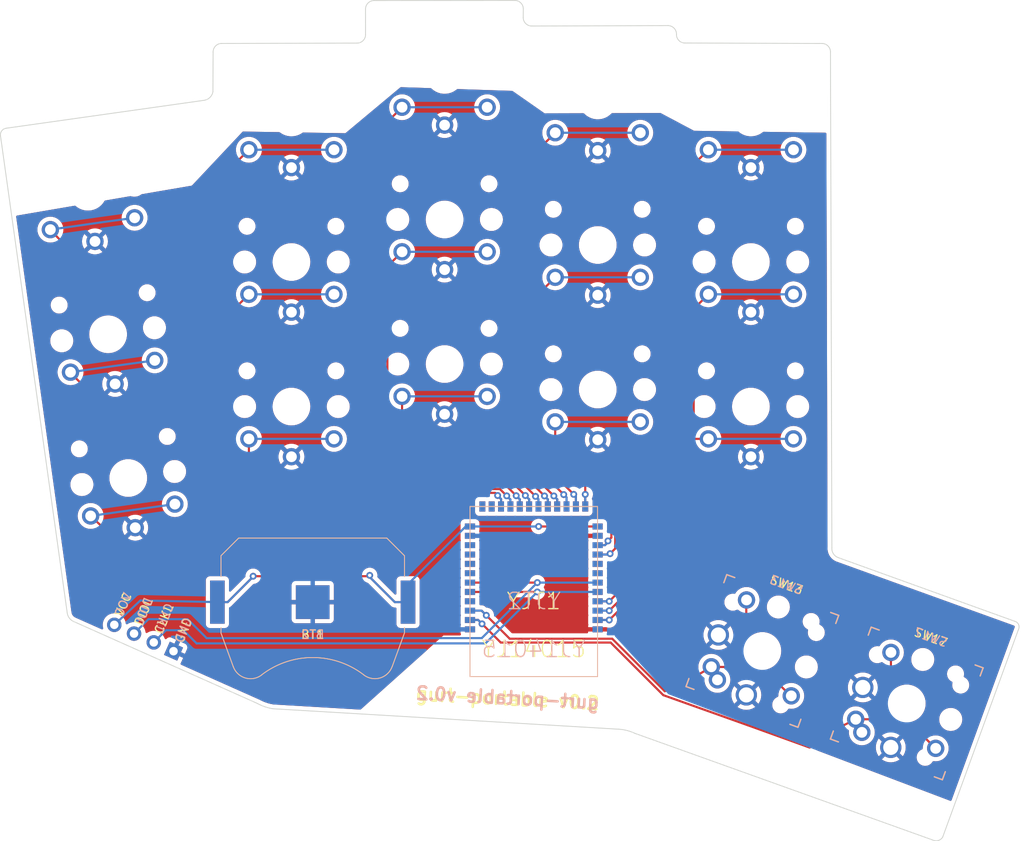
<source format=kicad_pcb>
(kicad_pcb (version 20211014) (generator pcbnew)
  (title_block (title "gurt-portable") (rev "v 0.2") (comment 4 "Author: CarlFabian"))
  (layers (0 "F.Cu" signal) (31 "B.Cu" signal) (34 "B.Paste" user) (35 "F.Paste" user) (36 "B.SilkS" user "B.Silkscreen") (37 "F.SilkS" user "F.Silkscreen") (38 "B.Mask" user) (39 "F.Mask" user) (44 "Edge.Cuts" user))
  (net 0 "")
  (net 1 "VCC")
  (net 2 "GND")
  (net 3 "DIOL")
  (net 4 "SW00L")
  (net 5 "SW10L")
  (net 6 "SW20L")
  (net 7 "SW01L")
  (net 8 "SW11L")
  (net 9 "SW21L")
  (net 10 "SW02L")
  (net 11 "SW12L")
  (net 12 "SW22L")
  (net 13 "SW03L")
  (net 14 "SW13L")
  (net 15 "SW23L")
  (net 16 "SW33L")
  (net 17 "SW04L")
  (net 18 "SW14L")
  (net 19 "SW24L")
  (net 20 "SW34L")
  (net 21 "CLKL")
  (footprint "gurt-portable:YJ-14015" (layer "F.Cu") (at 149.98192 110.25122 180)
    (fp_text reference "YJT1")
    (fp_text value "YJ14015")
  )
  (footprint "gurt-portable:Choc_PG1350_Choc_Spacing_Reversible" (layer "F.Cu") (at 99.955551 90 8)
    (fp_text reference "SW2" hide)
    (fp_text value "SW_PUSH" hide)
  )
  (footprint "gurt-portable:Choc_PG1350_Choc_Spacing_Reversible" (layer "F.Cu") (at 157.499999 79.5)
    (fp_text reference "SW11" hide)
    (fp_text value "SW_PUSH" hide)
  )
  (footprint "gurt-portable:BatteryHolder_Keystone_3034_1x20mm_bigger_pads" (layer "F.Cu") (at 124 121.5)
    (fp_text reference "BT1")
    (fp_text value "Device_Battery_Cell")
  )
  (footprint "gurt-portable:Choc_PG1350_Choc_Spacing_Reversible" (layer "F.Cu") (at 139.500001 76.5)
    (fp_text reference "SW8" hide)
    (fp_text value "SW_PUSH" hide)
  )
  (footprint "gurt-portable:Choc_PG1350_Choc_Spacing_Reversible" (layer "F.Cu") (at 121.5 81.5)
    (fp_text reference "SW5" hide)
    (fp_text value "SW_PUSH" hide)
  )
  (footprint "gurt-portable:Choc_PG1350_Choc_Spacing_Reversible" (layer "F.Cu") (at 175.5 98.5)
    (fp_text reference "SW16" hide)
    (fp_text value "SW_PUSH" hide)
  )
  (footprint "gurt-portable:Choc_PG1350_Choc_Spacing_Reversible" (layer "F.Cu") (at 157.5 96.5)
    (fp_text reference "SW12" hide)
    (fp_text value "SW_PUSH" hide)
  )
  (footprint "gurt-portable:Choc_PG1350_Choc_Spacing_Reversible" (layer "F.Cu") (at 175.5 81.500001)
    (fp_text reference "SW15" hide)
    (fp_text value "SW_PUSH" hide)
  )
  (footprint "gurt-portable:SW_PG1350_reversible_rotatable" (layer "F.Cu") (at 193.816383 133.410744 -20)
    (fp_text reference "SW17")
    (fp_text value "SW_PUSH")
  )
  (footprint "gurt-portable:Choc_PG1350_Choc_Spacing_Reversible" (layer "F.Cu") (at 157.500001 62.5)
    (fp_text reference "SW10" hide)
    (fp_text value "SW_PUSH" hide)
  )
  (footprint "gurt-portable:Choc_PG1350_Choc_Spacing_Reversible" (layer "F.Cu") (at 139.5 59.5)
    (fp_text reference "SW7" hide)
    (fp_text value "SW_PUSH" hide)
  )
  (footprint "gurt-portable:Choc_PG1350_Choc_Spacing_Reversible" (layer "F.Cu") (at 102.321494 106.903369 8)
    (fp_text reference "SW3" hide)
    (fp_text value "SW_PUSH" hide)
  )
  (footprint "gurt-portable:Choc_PG1350_Choc_Spacing_Reversible" (layer "F.Cu") (at 121.500001 98.500001)
    (fp_text reference "SW6" hide)
    (fp_text value "SW_PUSH" hide)
  )
  (footprint "gurt-portable:Choc_PG1350_Choc_Spacing_Reversible" (layer "F.Cu") (at 175.499999 64.5)
    (fp_text reference "SW14" hide)
    (fp_text value "SW_PUSH" hide)
  )
  (footprint "gurt-portable:Choc_PG1350_Choc_Spacing_Reversible" (layer "F.Cu") (at 97.589608 73.234254 8)
    (fp_text reference "SW1" hide)
    (fp_text value "SW_PUSH" hide)
  )
  (footprint "gurt-portable:Choc_PG1350_Choc_Spacing_Reversible" (layer "F.Cu") (at 121.5 64.500001)
    (fp_text reference "SW4" hide)
    (fp_text value "SW_PUSH" hide)
  )
  (footprint "gurt-portable:Choc_PG1350_Choc_Spacing_Reversible" (layer "F.Cu") (at 139.5 93.5)
    (fp_text reference "SW9" hide)
    (fp_text value "SW_PUSH" hide)
  )
  (footprint "gurt-portable:SW_PG1350_reversible_rotatable" (layer "F.Cu") (at 176.843197 127.239917 -20)
    (fp_text reference "SW13")
    (fp_text value "SW_PUSH")
  )
  (footprint "gurt-portable:YJ-14015" (layer "B.Cu") (at 149.98192 110.25122)
    (fp_text reference "YJT2")
    (fp_text value "YJ14015")
  )
  (footprint "gurt-portable:BatteryHolder_Keystone_3034_1x20mm_bigger_pads" (layer "B.Cu") (at 124 121.5 180)
    (fp_text reference "BT2")
    (fp_text value "Device_Battery_Cell")
  )
  (footprint "gurt-portable:PinHeader_1x04_P2.54mm_Horizontal" (layer "B.Cu") (at 100.679595 124.166889 -114)
    (fp_text reference "PROG1" hide)
    (fp_text value "Connector_Conn_01x04_Male")
  )
  (gr_line (start 197 149.52) (end 161.87 136.93) (layer "Edge.Cuts") (width 0.1))
  (gr_arc (start 167.75 55.75) (mid 167.042893 55.457107) (end 166.75 54.75) (layer "Edge.Cuts") (width 0.1))
  (gr_arc (start 95.89 123.77) (mid 95.393079 123.365506) (end 95.15 122.77) (layer "Edge.Cuts") (width 0.1))
  (gr_line (start 167.75 55.75) (end 183.85 55.8) (layer "Edge.Cuts") (width 0.1))
  (gr_arc (start 130.207107 51.757107) (mid 130.5 51.05) (end 131.207107 50.757107) (layer "Edge.Cuts") (width 0.1))
  (gr_line (start 87.97 65.77) (end 111.27 62.48) (layer "Edge.Cuts") (width 0.1))
  (gr_arc (start 159.94 136.44) (mid 160.929303 136.590798) (end 161.87 136.93) (layer "Edge.Cuts") (width 0.1))
  (gr_line (start 95.15 122.77) (end 87.31 66.68) (layer "Edge.Cuts") (width 0.1))
  (gr_line (start 117.49 133.41) (end 95.89 123.77) (layer "Edge.Cuts") (width 0.1))
  (gr_line (start 149.74 53.75) (end 165.75 53.7) (layer "Edge.Cuts") (width 0.1))
  (gr_line (start 131.207107 50.757107) (end 147.75 50.74) (layer "Edge.Cuts") (width 0.1))
  (gr_arc (start 206.487564 123.743336) (mid 206.951962 124.11948) (end 206.94 124.716229) (layer "Edge.Cuts") (width 0.1))
  (gr_line (start 130.21 54.76) (end 130.207107 51.757107) (layer "Edge.Cuts") (width 0.1))
  (gr_line (start 113.297107 55.797107) (end 129.21 55.76) (layer "Edge.Cuts") (width 0.1))
  (gr_arc (start 112.27 61.48) (mid 111.928717 62.138717) (end 111.27 62.48) (layer "Edge.Cuts") (width 0.1))
  (gr_arc (start 147.75 50.74) (mid 148.457107 51.032893) (end 148.75 51.74) (layer "Edge.Cuts") (width 0.1))
  (gr_arc (start 130.21 54.76) (mid 129.917107 55.467107) (end 129.21 55.76) (layer "Edge.Cuts") (width 0.1))
  (gr_line (start 206.94 124.716229) (end 198.04 149.12) (layer "Edge.Cuts") (width 0.1))
  (gr_arc (start 198.04 149.12) (mid 197.590409 149.503063) (end 197 149.52) (layer "Edge.Cuts") (width 0.1))
  (gr_line (start 185.753439 116.26) (end 206.487564 123.743336) (layer "Edge.Cuts") (width 0.1))
  (gr_arc (start 112.297107 56.797107) (mid 112.59 56.09) (end 113.297107 55.797107) (layer "Edge.Cuts") (width 0.1))
  (gr_line (start 112.27 61.48) (end 112.297107 56.797107) (layer "Edge.Cuts") (width 0.1))
  (gr_line (start 159.94 136.44) (end 119.344297 134.03625) (layer "Edge.Cuts") (width 0.1))
  (gr_arc (start 165.75 53.7) (mid 166.475 54.010714) (end 166.75 54.75) (layer "Edge.Cuts") (width 0.1))
  (gr_arc (start 185.753439 116.26) (mid 185.189688 115.80262) (end 185.013439 115.096802) (layer "Edge.Cuts") (width 0.1))
  (gr_line (start 184.85 56.8) (end 185.013439 115.096802) (layer "Edge.Cuts") (width 0.1))
  (gr_arc (start 149.74 53.75) (mid 149.032893 53.457107) (end 148.74 52.75) (layer "Edge.Cuts") (width 0.1))
  (gr_arc (start 183.85 55.8) (mid 184.557107 56.092893) (end 184.85 56.8) (layer "Edge.Cuts") (width 0.1))
  (gr_line (start 148.75 51.74) (end 148.74 52.75) (layer "Edge.Cuts") (width 0.1))
  (gr_arc (start 119.344297 134.03625) (mid 118.389634 133.803632) (end 117.49 133.41) (layer "Edge.Cuts") (width 0.1))
  (gr_arc (start 87.31 66.68) (mid 87.446287 66.087189) (end 87.97 65.77) (layer "Edge.Cuts") (width 0.1))
  (gr_text "gurt-portable v0.2" (at 146.9 132.75 -3) (layer "B.SilkS") (effects (font (size 1.5 1.5) (thickness 0.3)) (justify mirror)))
  (gr_text "DIOL" (at 104.15 122.6 68) (layer "B.SilkS") (effects (font (size 1 1)) (justify mirror)))
  (gr_text "GND" (at 108.8 124.8 68) (layer "B.SilkS") (effects (font (size 1 1)) (justify mirror)))
  (gr_text "VCC" (at 101.75 121.8 67) (layer "B.SilkS") (effects (font (size 1 1)) (justify mirror)))
  (gr_text "CLKL" (at 106.55 123.4 68) (layer "B.SilkS") (effects (font (size 1 1)) (justify mirror)))
  (gr_text "gurt-portable v0.2" (at 146.9 132.85 -3) (layer "F.SilkS") (effects (font (size 1.5 1.5) (thickness 0.3))))
  (gr_text "CLKL" (at 106.51254 123.492718 68) (layer "F.SilkS") (effects (font (size 1 1))))
  (gr_text "VCC" (at 101.75 121.8 67) (layer "F.SilkS") (effects (font (size 1 1))))
  (gr_text "DIOL" (at 104.131268 122.64636 68) (layer "F.SilkS") (effects (font (size 1 1))))
  (gr_text "GND" (at 108.84636 124.81873 68) (layer "F.SilkS") (effects (font (size 1 1))))
  (segment (start 130.7 118.35) (end 130.6 118.45) (width 0.25) (layer "F.Cu") (net 1))
  (segment (start 117 118.45) (end 117 118.5) (width 0.25) (layer "F.Cu") (net 1))
  (segment (start 130.6 118.45) (end 117 118.45) (width 0.25) (layer "F.Cu") (net 1))
  (segment (start 117 118.5) (end 114 121.5) (width 0.25) (layer "F.Cu") (net 1))
  (segment (start 130.7 118.55) (end 133.65 121.5) (width 0.25) (layer "F.Cu") (net 1))
  (segment (start 130.7 118.35) (end 130.7 118.55) (width 0.25) (layer "F.Cu") (net 1))
  (segment (start 157.48 112.60072) (end 150.45072 112.60072) (width 0.25) (layer "F.Cu") (net 1))
  (segment (start 114 121.5) (end 113.015 121.5) (width 0.25) (layer "F.Cu") (net 1))
  (segment (start 133.65 121.5) (end 134.985 121.5) (width 0.25) (layer "F.Cu") (net 1))
  (via (at 150.54928 112.60072) (size 0.8) (drill 0.4) (layers "F.Cu" "B.Cu") (net 1))
  (via (at 117 118.45) (size 0.8) (drill 0.4) (layers "F.Cu" "B.Cu") (net 1))
  (via (at 130.7 118.35) (size 0.8) (drill 0.4) (layers "F.Cu" "B.Cu") (net 1))
  (segment (start 117 118.45) (end 117 118.5) (width 0.25) (layer "B.Cu") (net 1))
  (segment (start 113.015 121.5) (end 114 121.5) (width 0.25) (layer "B.Cu") (net 1))
  (segment (start 141.97928 112.60072) (end 142.48384 112.60072) (width 0.25) (layer "B.Cu") (net 1))
  (segment (start 142.48384 112.60072) (end 150.54928 112.60072) (width 0.25) (layer "B.Cu") (net 1))
  (segment (start 133.65 121.5) (end 134.985 121.5) (width 0.25) (layer "B.Cu") (net 1))
  (segment (start 130.7 118.55) (end 133.65 121.5) (width 0.25) (layer "B.Cu") (net 1))
  (segment (start 113.015 121.5) (end 103.75 121.3) (width 0.25) (layer "B.Cu") (net 1))
  (segment (start 134.985 121.5) (end 134.985 119.595) (width 0.25) (layer "B.Cu") (net 1))
  (segment (start 134.985 119.595) (end 141.97928 112.60072) (width 0.25) (layer "B.Cu") (net 1))
  (segment (start 103.75 121.3) (end 100.679595 124.166889) (width 0.25) (layer "B.Cu") (net 1))
  (segment (start 117 118.5) (end 114 121.5) (width 0.25) (layer "B.Cu") (net 1))
  (segment (start 130.7 118.35) (end 130.7 118.55) (width 0.25) (layer "B.Cu") (net 1))
  (segment (start 142.48384 119.19964) (end 150.40036 119.19964) (width 0.25) (layer "F.Cu") (net 3))
  (via (at 150.40036 119.19964) (size 0.8) (drill 0.4) (layers "F.Cu" "B.Cu") (net 3))
  (segment (start 157.48 119.19964) (end 150.40036 119.19964) (width 0.25) (layer "B.Cu") (net 3))
  (segment (start 109.3 123.5) (end 104.7 123.5) (width 0.25) (layer "B.Cu") (net 3))
  (segment (start 150.40036 119.19964) (end 143.86952 125.73048) (width 0.25) (layer "B.Cu") (net 3))
  (segment (start 104.7 123.5) (end 103 125.2) (width 0.25) (layer "B.Cu") (net 3))
  (segment (start 143.86952 125.73048) (end 111.53048 125.73048) (width 0.25) (layer "B.Cu") (net 3))
  (segment (start 111.53048 125.73048) (end 109.3 123.5) (width 0.25) (layer "B.Cu") (net 3))
  (segment (start 146.68216 107.75048) (end 114.95048 107.75048) (width 0.25) (layer "F.Cu") (net 4))
  (segment (start 114.95048 107.75048) (end 113.2 106) (width 0.25) (layer "F.Cu") (net 4))
  (segment (start 148.33346 109.40178) (end 147.91584 108.98416) (width 0.25) (layer "F.Cu") (net 4))
  (segment (start 107.6 80.4) (end 97 81.8) (width 0.25) (layer "F.Cu") (net 4))
  (segment (start 113 84.6) (end 107.6 80.4) (width 0.25) (layer "F.Cu") (net 4))
  (segment (start 113.2 106) (end 113 84.6) (width 0.25) (layer "F.Cu") (net 4))
  (segment (start 148.33346 110.25122) (end 148.33346 109.40178) (width 0.25) (layer "F.Cu") (net 4))
  (segment (start 97 81.8) (end 93.167125 77.693138) (width 0.25) (layer "F.Cu") (net 4))
  (segment (start 147.91584 108.98416) (end 146.68216 107.75048) (width 0.25) (layer "F.Cu") (net 4))
  (via (at 147.91584 108.98416) (size 0.8) (drill 0.4) (layers "F.Cu" "B.Cu") (net 4))
  (segment (start 103.069806 76.301407) (end 99.05 76.85) (width 0.25) (layer "B.Cu") (net 4))
  (segment (start 99.05 76.85) (end 93.167125 77.693138) (width 0.25) (layer "B.Cu") (net 4))
  (segment (start 148.33346 110.25122) (end 148.33346 109.40178) (width 0.25) (layer "B.Cu") (net 4))
  (segment (start 148.33346 109.40178) (end 147.91584 108.98416) (width 0.25) (layer "B.Cu") (net 4))
  (segment (start 146 108.2) (end 114.6 108.2) (width 0.25) (layer "F.Cu") (net 5))
  (segment (start 99.555372 98.55) (end 95.533068 94.527696) (width 0.25) (layer "F.Cu") (net 5))
  (segment (start 147.23364 109.43364) (end 146.8 109) (width 0.25) (layer "F.Cu") (net 5))
  (segment (start 146.8 109) (end 146 108.2) (width 0.25) (layer "F.Cu") (net 5))
  (segment (start 112.6 106.2) (end 112.6 99.6) (width 0.25) (layer "F.Cu") (net 5))
  (segment (start 147.23364 110.25122) (end 147.23364 109.43364) (width 0.25) (layer "F.Cu") (net 5))
  (segment (start 114.6 108.2) (end 112.6 106.2) (width 0.25) (layer "F.Cu") (net 5))
  (segment (start 112.6 99.6) (end 110 97.2) (width 0.25) (layer "F.Cu") (net 5))
  (segment (start 110 97.2) (end 99.555372 98.55) (width 0.25) (layer "F.Cu") (net 5))
  (via (at 146.8 109) (size 0.8) (drill 0.4) (layers "F.Cu" "B.Cu") (net 5))
  (segment (start 147.23364 110.25122) (end 147.23364 109.43364) (width 0.25) (layer "B.Cu") (net 5))
  (segment (start 105.435749 93.067153) (end 100.5 93.75) (width 0.25) (layer "B.Cu") (net 5))
  (segment (start 100.5 93.75) (end 95.533068 94.458884) (width 0.25) (layer "B.Cu") (net 5))
  (segment (start 147.23364 109.43364) (end 146.8 109) (width 0.25) (layer "B.Cu") (net 5))
  (segment (start 102.2 115.4) (end 97.899011 111.362253) (width 0.25) (layer "F.Cu") (net 6))
  (segment (start 145.735818 108.960416) (end 145.424922 108.64952) (width 0.25) (layer "F.Cu") (net 6))
  (segment (start 112.4 114) (end 102.2 115.4) (width 0.25) (layer "F.Cu") (net 6))
  (segment (start 145.424922 108.64952) (end 114.413803 108.64952) (width 0.25) (layer "F.Cu") (net 6))
  (segment (start 145.735818 109.003778) (end 146.13382 109.40178) (width 0.25) (layer "F.Cu") (net 6))
  (segment (start 146.13382 109.40178) (end 146.13382 110.25122) (width 0.25) (layer "F.Cu") (net 6))
  (segment (start 114.413803 108.64952) (end 113.6 110.8) (width 0.25) (layer "F.Cu") (net 6))
  (segment (start 113.6 110.8) (end 112.4 114) (width 0.25) (layer "F.Cu") (net 6))
  (segment (start 145.735818 108.960416) (end 145.735818 109.003778) (width 0.25) (layer "F.Cu") (net 6))
  (via (at 145.735818 108.960416) (size 0.8) (drill 0.4) (layers "F.Cu" "B.Cu") (net 6))
  (segment (start 146.13382 110.25122) (end 146.13382 109.358418) (width 0.25) (layer "B.Cu") (net 6))
  (segment (start 102.9 110.65) (end 97.899011 111.362253) (width 0.25) (layer "B.Cu") (net 6))
  (segment (start 146.13382 109.358418) (end 145.735818 108.960416) (width 0.25) (layer "B.Cu") (net 6))
  (segment (start 107.801692 109.970522) (end 102.9 110.65) (width 0.25) (layer "B.Cu") (net 6))
  (segment (start 115.35096 107.30096) (end 113.8 105.75) (width 0.25) (layer "F.Cu") (net 7))
  (segment (start 149.43328 109.40178) (end 148.99075 108.95925) (width 0.25) (layer "F.Cu") (net 7))
  (segment (start 148.99075 108.95925) (end 147.33246 107.30096) (width 0.25) (layer "F.Cu") (net 7))
  (segment (start 147.33246 107.30096) (end 115.35096 107.30096) (width 0.25) (layer "F.Cu") (net 7))
  (segment (start 113.8 105.75) (end 113.8 71.000001) (width 0.25) (layer "F.Cu") (net 7))
  (segment (start 113.8 71.000001) (end 116.5 68.300001) (width 0.25) (layer "F.Cu") (net 7))
  (segment (start 149.43328 110.25122) (end 149.43328 109.40178) (width 0.25) (layer "F.Cu") (net 7))
  (via (at 148.99075 108.95925) (size 0.8) (drill 0.4) (layers "F.Cu" "B.Cu") (net 7))
  (segment (start 116.5 68.300001) (end 126.5 68.300001) (width 0.25) (layer "B.Cu") (net 7))
  (segment (start 149.43328 109.40178) (end 148.99075 108.95925) (width 0.25) (layer "B.Cu") (net 7))
  (segment (start 149.43328 110.25122) (end 149.43328 109.40178) (width 0.25) (layer "B.Cu") (net 7))
  (segment (start 150.53056 109.40178) (end 150.18939 109.06061) (width 0.25) (layer "F.Cu") (net 8))
  (segment (start 114.35 87.45) (end 116.5 85.3) (width 0.25) (layer "F.Cu") (net 8))
  (segment (start 150.18939 109.06061) (end 147.98022 106.85144) (width 0.25) (layer "F.Cu") (net 8))
  (segment (start 147.98022 106.85144) (end 115.80144 106.85144) (width 0.25) (layer "F.Cu") (net 8))
  (segment (start 114.35 105.4) (end 114.35 87.45) (width 0.25) (layer "F.Cu") (net 8))
  (segment (start 115.80144 106.85144) (end 114.35 105.4) (width 0.25) (layer "F.Cu") (net 8))
  (segment (start 150.53056 110.25122) (end 150.53056 109.40178) (width 0.25) (layer "F.Cu") (net 8))
  (via (at 150.18939 109.06061) (size 0.8) (drill 0.4) (layers "F.Cu" "B.Cu") (net 8))
  (segment (start 150.53056 110.25122) (end 150.53056 109.40178) (width 0.25) (layer "B.Cu") (net 8))
  (segment (start 150.53056 109.40178) (end 150.18939 109.06061) (width 0.25) (layer "B.Cu") (net 8))
  (segment (start 116.5 85.3) (end 126.5 85.3) (width 0.25) (layer "B.Cu") (net 8))
  (segment (start 148.6286 106.4) (end 117.8 106.4) (width 0.25) (layer "F.Cu") (net 9))
  (segment (start 116.500001 105.100001) (end 116.500001 102.300001) (width 0.25) (layer "F.Cu") (net 9))
  (segment (start 151.63038 110.25122) (end 151.63038 109.40178) (width 0.25) (layer "F.Cu") (net 9))
  (segment (start 117.8 106.4) (end 116.500001 105.100001) (width 0.25) (layer "F.Cu") (net 9))
  (segment (start 151.2393 109.0107) (end 148.6286 106.4) (width 0.25) (layer "F.Cu") (net 9))
  (segment (start 151.63038 109.40178) (end 151.2393 109.0107) (width 0.25) (layer "F.Cu") (net 9))
  (via (at 151.2393 109.0107) (size 0.8) (drill 0.4) (layers "F.Cu" "B.Cu") (net 9))
  (segment (start 151.63038 109.40178) (end 151.2393 109.0107) (width 0.25) (layer "B.Cu") (net 9))
  (segment (start 151.63038 110.25122) (end 151.63038 109.40178) (width 0.25) (layer "B.Cu") (net 9))
  (segment (start 126.500001 102.300001) (end 116.500001 102.300001) (width 0.25) (layer "B.Cu") (net 9))
  (segment (start 135.279044 105.95048) (end 132.2 102.871436) (width 0.25) (layer "F.Cu") (net 10))
  (segment (start 152.33921 109.01079) (end 149.2789 105.95048) (width 0.25) (layer "F.Cu") (net 10))
  (segment (start 132.2 65.6) (end 134.5 63.3) (width 0.25) (layer "F.Cu") (net 10))
  (segment (start 152.7302 110.25122) (end 152.7302 109.40178) (width 0.25) (layer "F.Cu") (net 10))
  (segment (start 152.7302 109.40178) (end 152.33921 109.01079) (width 0.25) (layer "F.Cu") (net 10))
  (segment (start 149.2789 105.95048) (end 135.279044 105.95048) (width 0.25) (layer "F.Cu") (net 10))
  (segment (start 132.2 102.871436) (end 132.2 65.6) (width 0.25) (layer "F.Cu") (net 10))
  (via (at 152.33921 109.01079) (size 0.8) (drill 0.4) (layers "F.Cu" "B.Cu") (net 10))
  (segment (start 134.5 63.3) (end 144.5 63.3) (width 0.25) (layer "B.Cu") (net 10))
  (segment (start 152.7302 109.40178) (end 152.33921 109.01079) (width 0.25) (layer "B.Cu") (net 10))
  (segment (start 152.7302 110.25122) (end 152.7302 109.40178) (width 0.25) (layer "B.Cu") (net 10))
  (segment (start 135.465242 105.50096) (end 132.774579 102.810297) (width 0.25) (layer "F.Cu") (net 11))
  (segment (start 132.774579 102.810297) (end 132.774579 82.025422) (width 0.25) (layer "F.Cu") (net 11))
  (segment (start 132.774579 82.025422) (end 134.500001 80.3) (width 0.25) (layer "F.Cu") (net 11))
  (segment (start 153.5 108.85) (end 150.15096 105.50096) (width 0.25) (layer "F.Cu") (net 11))
  (segment (start 150.15096 105.50096) (end 135.465242 105.50096) (width 0.25) (layer "F.Cu") (net 11))
  (segment (start 153.83002 110.25122) (end 153.83002 109.18002) (width 0.25) (layer "F.Cu") (net 11))
  (segment (start 153.83002 109.18002) (end 153.5 108.85) (width 0.25) (layer "F.Cu") (net 11))
  (via (at 153.5 108.85) (size 0.8) (drill 0.4) (layers "F.Cu" "B.Cu") (net 11))
  (segment (start 134.500001 80.3) (end 144.500001 80.3) (width 0.25) (layer "B.Cu") (net 11))
  (segment (start 153.83002 109.18002) (end 153.5 108.85) (width 0.25) (layer "B.Cu") (net 11))
  (segment (start 153.83002 110.25122) (end 153.83002 109.18002) (width 0.25) (layer "B.Cu") (net 11))
  (segment (start 154.92984 109.07984) (end 154.675 108.825) (width 0.25) (layer "F.Cu") (net 12))
  (segment (start 154.675 108.825) (end 150.85 105) (width 0.25) (layer "F.Cu") (net 12))
  (segment (start 135.6 105) (end 134.5 103.9) (width 0.25) (layer "F.Cu") (net 12))
  (segment (start 150.85 105) (end 135.6 105) (width 0.25) (layer "F.Cu") (net 12))
  (segment (start 154.92984 110.25122) (end 154.92984 109.07984) (width 0.25) (layer "F.Cu") (net 12))
  (segment (start 134.5 103.9) (end 134.5 97.3) (width 0.25) (layer "F.Cu") (net 12))
  (via (at 154.675 108.825) (size 0.8) (drill 0.4) (layers "F.Cu" "B.Cu") (net 12))
  (segment (start 154.92984 110.25122) (end 154.92984 109.07984) (width 0.25) (layer "B.Cu") (net 12))
  (segment (start 154.92984 109.07984) (end 154.675 108.825) (width 0.25) (layer "B.Cu") (net 12))
  (segment (start 144.5 97.3) (end 134.5 97.3) (width 0.25) (layer "B.Cu") (net 12))
  (segment (start 156.02966 107.265378) (end 148.8 100.035718) (width 0.25) (layer "F.Cu") (net 13))
  (segment (start 156.02966 110.25122) (end 156.02966 108.82966) (width 0.25) (layer "F.Cu") (net 13))
  (segment (start 148.8 100.035718) (end 148.8 70.000001) (width 0.25) (layer "F.Cu") (net 13))
  (segment (start 148.8 70.000001) (end 152.500001 66.3) (width 0.25) (layer "F.Cu") (net 13))
  (segment (start 156.02966 108.82966) (end 156.02966 107.265378) (width 0.25) (layer "F.Cu") (net 13))
  (via (at 156.02966 108.82966) (size 0.8) (drill 0.4) (layers "F.Cu" "B.Cu") (net 13))
  (segment (start 156.02966 110.25122) (end 156.02966 108.82966) (width 0.25) (layer "B.Cu") (net 13))
  (segment (start 152.500001 66.3) (end 162.500001 66.3) (width 0.25) (layer "B.Cu") (net 13))
  (segment (start 150.4 85.399999) (end 152.499999 83.3) (width 0.25) (layer "F.Cu") (net 14))
  (segment (start 157.48 114.80036) (end 158.32944 114.80036) (width 0.25) (layer "F.Cu") (net 14))
  (segment (start 150.4 85.8) (end 150.4 85.399999) (width 0.25) (layer "F.Cu") (net 14))
  (segment (start 158.7 114.4298) (end 158.7 114.3) (width 0.25) (layer "F.Cu") (net 14))
  (segment (start 158.7 114.3) (end 159.10048 113.89952) (width 0.25) (layer "F.Cu") (net 14))
  (segment (start 159.10048 109.70048) (end 150.75 101.35) (width 0.25) (layer "F.Cu") (net 14))
  (segment (start 150.4 100.2) (end 150.4 85.799999) (width 0.25) (layer "F.Cu") (net 14))
  (segment (start 159.10048 113.89952) (end 159.10048 109.70048) (width 0.25) (layer "F.Cu") (net 14))
  (segment (start 150.375421 100.975421) (end 150.375421 100.224579) (width 0.25) (layer "F.Cu") (net 14))
  (segment (start 158.32944 114.80036) (end 158.7 114.4298) (width 0.25) (layer "F.Cu") (net 14))
  (segment (start 150.8 101.4) (end 150.375421 100.975421) (width 0.25) (layer "F.Cu") (net 14))
  (via (at 158.7 114.3) (size 0.8) (drill 0.4) (layers "F.Cu" "B.Cu") (net 14))
  (segment (start 157.48 114.80036) (end 158.34964 114.80036) (width 0.25) (layer "B.Cu") (net 14))
  (segment (start 152.499999 83.3) (end 162.499999 83.3) (width 0.25) (layer "B.Cu") (net 14))
  (segment (start 158.7 114.45) (end 158.7 114.3) (width 0.25) (layer "B.Cu") (net 14))
  (segment (start 158.34964 114.80036) (end 158.7 114.45) (width 0.25) (layer "B.Cu") (net 14))
  (segment (start 157.48 115.90018) (end 158.84982 115.90018) (width 0.25) (layer "F.Cu") (net 15))
  (segment (start 159.55 115.2) (end 159.55 109.4) (width 0.25) (layer "F.Cu") (net 15))
  (segment (start 152.5 102.35) (end 152.5 100.3) (width 0.25) (layer "F.Cu") (net 15))
  (segment (start 158.95 115.8) (end 159.55 115.2) (width 0.25) (layer "F.Cu") (net 15))
  (segment (start 158.84982 115.90018) (end 158.95 115.8) (width 0.25) (layer "F.Cu") (net 15))
  (segment (start 159.55 109.4) (end 152.5 102.35) (width 0.25) (layer "F.Cu") (net 15))
  (via (at 158.95 115.8) (size 0.8) (drill 0.4) (layers "F.Cu" "B.Cu") (net 15))
  (segment (start 152.5 100.3) (end 162.5 100.3) (width 0.25) (layer "B.Cu") (net 15))
  (segment (start 158.84982 115.90018) (end 158.95 115.8) (width 0.25) (layer "B.Cu") (net 15))
  (segment (start 157.48 115.90018) (end 158.84982 115.90018) (width 0.25) (layer "B.Cu") (net 15))
  (segment (start 169 130.2) (end 165.37375 131.97375) (width 0.25) (layer "F.Cu") (net 16))
  (segment (start 173.771475 129.121475) (end 173.771475 125.978525) (width 0.25) (layer "F.Cu") (net 16))
  (segment (start 173.771475 125.978525) (end 174.955652 124.794348) (width 0.25) (layer "F.Cu") (net 16))
  (segment (start 170.845057 129.100648) (end 170.745705 129.2) (width 0.25) (layer "F.Cu") (net 16))
  (segment (start 147.15 125.8) (end 144.4 123.05) (width 0.25) (layer "F.Cu") (net 16))
  (segment (start 144.4 123.05) (end 143.8491 122.4991) (width 0.25) (layer "F.Cu") (net 16))
  (segment (start 143.8491 122.4991) (end 142.48384 122.4991) (width 0.25) (layer "F.Cu") (net 16))
  (segment (start 173.771475 129.121475) (end 170.818243 129.121475) (width 0.25) (layer "F.Cu") (net 16))
  (segment (start 174.955652 124.794348) (end 174.955652 121.262604) (width 0.25) (layer "F.Cu") (net 16))
  (segment (start 159.2 125.8) (end 147.15 125.8) (width 0.25) (layer "F.Cu") (net 16))
  (segment (start 170.745705 129.2) (end 169 130.2) (width 0.25) (layer "F.Cu") (net 16))
  (segment (start 180.191677 132.541677) (end 177.9 130.25) (width 0.25) (layer "F.Cu") (net 16))
  (segment (start 165.37375 131.97375) (end 159.2 125.8) (width 0.25) (layer "F.Cu") (net 16))
  (segment (start 174.9 130.25) (end 173.771475 129.121475) (width 0.25) (layer "F.Cu") (net 16))
  (segment (start 177.9 130.25) (end 174.9 130.25) (width 0.25) (layer "F.Cu") (net 16))
  (via (at 144.4 123.05) (size 0.8) (drill 0.4) (layers "F.Cu" "B.Cu") (net 16))
  (segment (start 143.8491 122.4991) (end 144.4 123.05) (width 0.25) (layer "B.Cu") (net 16))
  (segment (start 142.48384 122.4991) (end 143.8491 122.4991) (width 0.25) (layer "B.Cu") (net 16))
  (segment (start 168.325059 101.074941) (end 168.325059 70.47494) (width 0.25) (layer "F.Cu") (net 17))
  (segment (start 158.85072 121.39928) (end 159.99952 120.25048) (width 0.25) (layer "F.Cu") (net 17))
  (segment (start 157.48 121.39928) (end 158.85072 121.39928) (width 0.25) (layer "F.Cu") (net 17))
  (segment (start 168.325059 70.47494) (end 170.499999 68.3) (width 0.25) (layer "F.Cu") (net 17))
  (segment (start 159.99952 120.25048) (end 159.99952 109.40048) (width 0.25) (layer "F.Cu") (net 17))
  (segment (start 159.99952 109.40048) (end 168.325059 101.074941) (width 0.25) (layer "F.Cu") (net 17))
  (via (at 158.85072 121.39928) (size 0.8) (drill 0.4) (layers "F.Cu" "B.Cu") (net 17))
  (segment (start 157.48 121.39928) (end 158.85072 121.39928) (width 0.25) (layer "B.Cu") (net 17))
  (segment (start 170.499999 68.3) (end 180.499999 68.3) (width 0.25) (layer "B.Cu") (net 17))
  (segment (start 168.774579 101.261139) (end 168.774579 87.025422) (width 0.25) (layer "F.Cu") (net 18))
  (segment (start 160.44904 109.586678) (end 168.774579 101.261139) (width 0.25) (layer "F.Cu") (net 18))
  (segment (start 158.8509 122.4991) (end 160.44904 120.90096) (width 0.25) (layer "F.Cu") (net 18))
  (segment (start 157.48 122.4991) (end 158.8509 122.4991) (width 0.25) (layer "F.Cu") (net 18))
  (segment (start 160.44904 120.90096) (end 160.44904 109.586678) (width 0.25) (layer "F.Cu") (net 18))
  (segment (start 168.774579 87.025422) (end 170.5 85.300001) (width 0.25) (layer "F.Cu") (net 18))
  (via (at 158.8509 122.4991) (size 0.8) (drill 0.4) (layers "F.Cu" "B.Cu") (net 18))
  (segment (start 170.5 85.300001) (end 180.5 85.300001) (width 0.25) (layer "B.Cu") (net 18))
  (segment (start 157.48 122.4991) (end 158.8509 122.4991) (width 0.25) (layer "B.Cu") (net 18))
  (segment (start 157.48 123.59892) (end 158.85108 123.59892) (width 0.25) (layer "F.Cu") (net 19))
  (segment (start 158.85108 123.59892) (end 160.89856 121.55144) (width 0.25) (layer "F.Cu") (net 19))
  (segment (start 160.89856 109.772876) (end 168.371436 102.3) (width 0.25) (layer "F.Cu") (net 19))
  (segment (start 160.89856 121.55144) (end 160.89856 109.772876) (width 0.25) (layer "F.Cu") (net 19))
  (segment (start 168.371436 102.3) (end 170.5 102.3) (width 0.25) (layer "F.Cu") (net 19))
  (via (at 158.85108 123.59892) (size 0.8) (drill 0.4) (layers "F.Cu" "B.Cu") (net 19))
  (segment (start 170.5 102.3) (end 180.5 102.3) (width 0.25) (layer "B.Cu") (net 19))
  (segment (start 157.48 123.59892) (end 158.85108 123.59892) (width 0.25) (layer "B.Cu") (net 19))
  (segment (start 175.2 136) (end 165.2 132.435718) (width 0.25) (layer "F.Cu") (net 20))
  (segment (start 191.955652 130.944348) (end 191.955652 127.412604) (width 0.25) (layer "F.Cu") (net 20))
  (segment (start 197.21517 138.691677) (end 197.191677 138.691677) (width 0.25) (layer "F.Cu") (net 20))
  (segment (start 186.45 135.95) (end 182.4 138.6) (width 0.25) (layer "F.Cu") (net 20))
  (segment (start 187.818243 135.271475) (end 186.45 135.95) (width 0.25) (layer "F.Cu") (net 20))
  (segment (start 197.191677 138.691677) (end 194.9 136.4) (width 0.25) (layer "F.Cu") (net 20))
  (segment (start 182.4 138.6) (end 175.2 136) (width 0.25) (layer "F.Cu") (net 20))
  (segment (start 146.096434 126.24952) (end 143.898457 124.051543) (width 0.25) (layer "F.Cu") (net 20))
  (segment (start 194.9 136.4) (end 191.9 136.4) (width 0.25) (layer "F.Cu") (net 20))
  (segment (start 190.771475 132.128525) (end 191.955652 130.944348) (width 0.25) (layer "F.Cu") (net 20))
  (segment (start 190.771475 135.271475) (end 187.818243 135.271475) (width 0.25) (layer "F.Cu") (net 20))
  (segment (start 165.2 132.435718) (end 159.013802 126.24952) (width 0.25) (layer "F.Cu") (net 20))
  (segment (start 190.771475 135.271475) (end 190.771475 132.128525) (width 0.25) (layer "F.Cu") (net 20))
  (segment (start 143.445834 123.59892) (end 142.48384 123.59892) (width 0.25) (layer "F.Cu") (net 20))
  (segment (start 191.9 136.4) (end 190.771475 135.271475) (width 0.25) (layer "F.Cu") (net 20))
  (segment (start 143.898457 124.051543) (end 143.445834 123.59892) (width 0.25) (layer "F.Cu") (net 20))
  (segment (start 159.013802 126.24952) (end 146.096434 126.24952) (width 0.25) (layer "F.Cu") (net 20))
  (via (at 143.898457 124.051543) (size 0.8) (drill 0.4) (layers "F.Cu" "B.Cu") (net 20))
  (segment (start 142.48384 123.59892) (end 143.445834 123.59892) (width 0.25) (layer "B.Cu") (net 20))
  (segment (start 143.445834 123.59892) (end 143.898457 124.051543) (width 0.25) (layer "B.Cu") (net 20))
  (segment (start 150.39946 120.29946) (end 150.4 120.3) (width 0.25) (layer "F.Cu") (net 21))
  (segment (start 142.48384 120.29946) (end 150.39946 120.29946) (width 0.25) (layer "F.Cu") (net 21))
  (via (at 150.4 120.3) (size 0.8) (drill 0.4) (layers "F.Cu" "B.Cu") (net 21))
  (segment (start 150.4 120.3) (end 144.3 126.35) (width 0.25) (layer "B.Cu") (net 21))
  (segment (start 108.8 124.8) (end 106.753517 124.8) (width 0.25) (layer "B.Cu") (net 21))
  (segment (start 110.35 126.35) (end 108.8 124.8) (width 0.25) (layer "B.Cu") (net 21))
  (segment (start 106.753517 124.8) (end 105.320406 126.233111) (width 0.25) (layer "B.Cu") (net 21))
  (segment (start 157.48 120.29946) (end 150.40054 120.29946) (width 0.25) (layer "B.Cu") (net 21))
  (segment (start 144.3 126.35) (end 110.35 126.35) (width 0.25) (layer "B.Cu") (net 21))
  (zone (net 2) (net_name "GND") (layers F&B.Cu) (connect_pads (clearance 0.508)) (min_thickness 0.254) (fill yes (thermal_gap 0.508) (thermal_bridge_width 0.508))
    (polygon (pts (xy 147.47 61.38) (xy 151.25 64.02) (xy 164.88 63.98) (xy 168.81 66.07) (xy 184.4 66.3) (xy 186.1 115.75) (xy 207.6 123.85) (xy 200.35 145.4) (xy 165.79 132.32) (xy 159.5 125.5) (xy 159.5 125.4) (xy 139.36 125.42) (xy 128.127079 135.477832) (xy 118.397079 135.447832) (xy 94.75 124.15) (xy 87.75 76.3) (xy 109.8 72.52) (xy 115.78 66.16) (xy 127.84 66.36) (xy 134.33 60.94)))
  )
)
</source>
